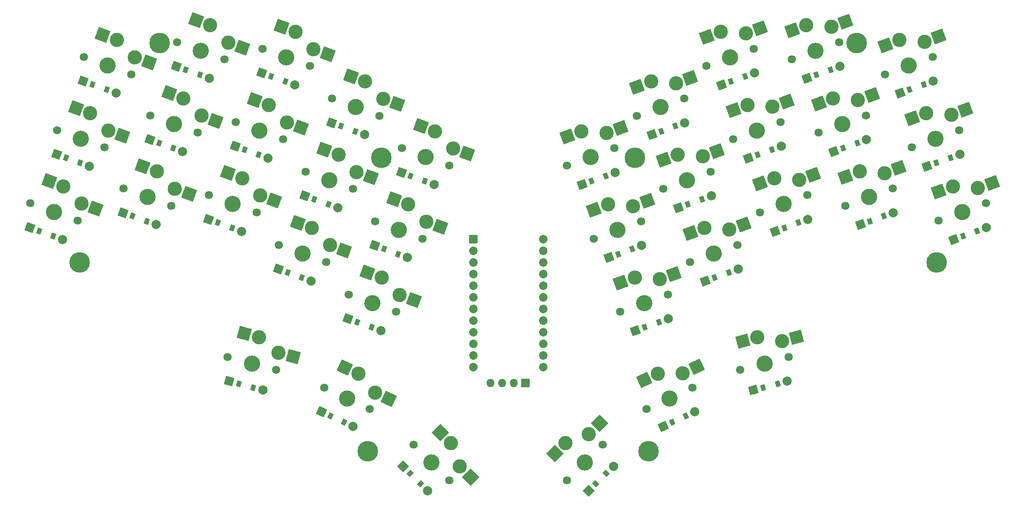
<source format=gbr>
%TF.GenerationSoftware,KiCad,Pcbnew,8.0.1*%
%TF.CreationDate,2024-04-14T13:59:04+09:00*%
%TF.ProjectId,lazyboy36,6c617a79-626f-4793-9336-2e6b69636164,v1.0.0*%
%TF.SameCoordinates,Original*%
%TF.FileFunction,Soldermask,Bot*%
%TF.FilePolarity,Negative*%
%FSLAX46Y46*%
G04 Gerber Fmt 4.6, Leading zero omitted, Abs format (unit mm)*
G04 Created by KiCad (PCBNEW 8.0.1) date 2024-04-14 13:59:04*
%MOMM*%
%LPD*%
G01*
G04 APERTURE LIST*
G04 Aperture macros list*
%AMRoundRect*
0 Rectangle with rounded corners*
0 $1 Rounding radius*
0 $2 $3 $4 $5 $6 $7 $8 $9 X,Y pos of 4 corners*
0 Add a 4 corners polygon primitive as box body*
4,1,4,$2,$3,$4,$5,$6,$7,$8,$9,$2,$3,0*
0 Add four circle primitives for the rounded corners*
1,1,$1+$1,$2,$3*
1,1,$1+$1,$4,$5*
1,1,$1+$1,$6,$7*
1,1,$1+$1,$8,$9*
0 Add four rect primitives between the rounded corners*
20,1,$1+$1,$2,$3,$4,$5,0*
20,1,$1+$1,$4,$5,$6,$7,0*
20,1,$1+$1,$6,$7,$8,$9,0*
20,1,$1+$1,$8,$9,$2,$3,0*%
G04 Aperture macros list end*
%ADD10C,1.801800*%
%ADD11C,3.529000*%
%ADD12C,3.100000*%
%ADD13RoundRect,0.050000X-1.666227X-0.776974X0.776974X-1.666227X1.666227X0.776974X-0.776974X1.666227X0*%
%ADD14RoundRect,0.050000X-0.776974X-1.666227X1.666227X-0.776974X0.776974X1.666227X-1.666227X0.776974X0*%
%ADD15RoundRect,0.050000X-1.139443X-0.531331X0.531331X-1.139443X1.139443X0.531331X-0.531331X1.139443X0*%
%ADD16RoundRect,0.050000X-0.628074X-0.409907X0.217650X-0.717725X0.628074X0.409907X-0.217650X0.717725X0*%
%ADD17C,2.005000*%
%ADD18RoundRect,0.050000X-0.628796X-1.727604X1.727604X-0.628796X0.628796X1.727604X-1.727604X0.628796X0*%
%ADD19C,0.800000*%
%ADD20C,4.500000*%
%ADD21RoundRect,0.050000X-0.531331X-1.139443X1.139443X-0.531331X0.531331X1.139443X-1.139443X0.531331X0*%
%ADD22RoundRect,0.050000X-0.217650X-0.717725X0.628074X-0.409907X0.217650X0.717725X-0.628074X0.409907X0*%
%ADD23RoundRect,0.050000X-0.430000X-1.181415X1.181415X-0.430000X0.430000X1.181415X-1.181415X0.430000X0*%
%ADD24RoundRect,0.050000X-0.154268X-0.733963X0.661409X-0.353606X0.154268X0.733963X-0.661409X0.353606X0*%
%ADD25RoundRect,0.050000X0.000000X-1.257236X1.257236X0.000000X0.000000X1.257236X-1.257236X0.000000X0*%
%ADD26RoundRect,0.050000X0.106066X-0.742462X0.742462X-0.106066X-0.106066X0.742462X-0.742462X0.106066X0*%
%ADD27RoundRect,0.050000X-1.592168X-0.919239X0.919239X-1.592168X1.592168X0.919239X-0.919239X1.592168X0*%
%ADD28RoundRect,0.050000X-0.919239X-1.592168X1.592168X-0.919239X0.919239X1.592168X-1.592168X0.919239X0*%
%ADD29RoundRect,0.050000X-0.876300X0.876300X-0.876300X-0.876300X0.876300X-0.876300X0.876300X0.876300X0*%
%ADD30C,1.852600*%
%ADD31RoundRect,0.050000X-1.257236X0.000000X0.000000X-1.257236X1.257236X0.000000X0.000000X1.257236X0*%
%ADD32RoundRect,0.050000X-0.742462X-0.106066X-0.106066X-0.742462X0.742462X0.106066X0.106066X0.742462X0*%
%ADD33RoundRect,0.050000X-1.838478X0.000000X0.000000X-1.838478X1.838478X0.000000X0.000000X1.838478X0*%
%ADD34RoundRect,0.050000X-1.181415X-0.430000X0.430000X-1.181415X1.181415X0.430000X-0.430000X1.181415X0*%
%ADD35RoundRect,0.050000X-0.661409X-0.353606X0.154268X-0.733963X0.661409X0.353606X-0.154268X0.733963X0*%
%ADD36RoundRect,0.050000X0.000000X-1.838478X1.838478X0.000000X0.000000X1.838478X-1.838478X0.000000X0*%
%ADD37RoundRect,0.050000X-1.088798X-0.628618X0.628618X-1.088798X1.088798X0.628618X-0.628618X1.088798X0*%
%ADD38RoundRect,0.050000X-0.589958X-0.463087X0.279375X-0.696024X0.589958X0.463087X-0.279375X0.696024X0*%
%ADD39RoundRect,0.050000X-0.850000X-0.850000X0.850000X-0.850000X0.850000X0.850000X-0.850000X0.850000X0*%
%ADD40O,1.800000X1.800000*%
%ADD41RoundRect,0.050000X-1.727604X-0.628796X0.628796X-1.727604X1.727604X0.628796X-0.628796X1.727604X0*%
%ADD42RoundRect,0.050000X-0.628618X-1.088798X1.088798X-0.628618X0.628618X1.088798X-1.088798X0.628618X0*%
%ADD43RoundRect,0.050000X-0.279375X-0.696024X0.589958X-0.463087X0.279375X0.696024X-0.589958X0.463087X0*%
G04 APERTURE END LIST*
D10*
%TO.C,S8*%
X96354346Y-110194788D03*
D11*
X101522655Y-112075899D03*
D12*
X103557678Y-106484729D03*
X107503697Y-110262154D03*
D10*
X106690964Y-113957010D03*
D13*
X100480182Y-105364616D03*
X110581187Y-111382269D03*
%TD*%
D10*
%TO.C,S30*%
X183781786Y-108837045D03*
D12*
X186915075Y-101364766D03*
D11*
X188950098Y-106955936D03*
D12*
X192365989Y-101721987D03*
D10*
X194118410Y-105074827D03*
D14*
X183837587Y-102484882D03*
X195443478Y-100601872D03*
%TD*%
D10*
%TO.C,S15*%
X132577420Y-115929657D03*
D11*
X137745729Y-117810768D03*
D12*
X139780752Y-112219598D03*
X143726771Y-115997023D03*
D10*
X142914038Y-119691879D03*
D13*
X136703256Y-111099485D03*
X146804261Y-117117138D03*
%TD*%
D10*
%TO.C,S21*%
X237945384Y-99764893D03*
D12*
X241078673Y-92292614D03*
D11*
X243113696Y-97883784D03*
D12*
X246529587Y-92649835D03*
D10*
X248282008Y-96002675D03*
D14*
X238001185Y-93412730D03*
X249607076Y-91529720D03*
%TD*%
D15*
%TO.C,D2*%
X57273094Y-117253912D03*
D16*
X59302831Y-117992675D03*
X62403817Y-119121339D03*
D17*
X64433554Y-119860102D03*
%TD*%
D10*
%TO.C,S35*%
X185904606Y-172884070D03*
D12*
X188374714Y-165167139D03*
D11*
X190889297Y-170559668D03*
D12*
X193836020Y-165047921D03*
D10*
X195873988Y-168235266D03*
D18*
X185406563Y-166551212D03*
X196804175Y-163663848D03*
%TD*%
D19*
%TO.C,_5*%
X230198802Y-93538899D03*
X230253885Y-92277248D03*
X231051974Y-94469975D03*
X232313625Y-94525058D03*
D20*
X231749293Y-92974567D03*
D19*
X231184961Y-91424076D03*
X232446612Y-91479159D03*
X233244701Y-93671886D03*
X233299784Y-92410235D03*
%TD*%
D21*
%TO.C,D19*%
X252872252Y-135834884D03*
D22*
X254901989Y-135096119D03*
X258002971Y-133967455D03*
D17*
X260032708Y-133228690D03*
%TD*%
D10*
%TO.C,S14*%
X126763082Y-131904420D03*
D11*
X131931391Y-133785531D03*
D12*
X133966414Y-128194361D03*
X137912433Y-131971786D03*
D10*
X137099700Y-135666642D03*
D13*
X130888918Y-127074248D03*
X140989923Y-133091901D03*
%TD*%
D23*
%TO.C,D35*%
X189549358Y-176701383D03*
D24*
X191506985Y-175788528D03*
X194497797Y-174393888D03*
D17*
X196455424Y-173481033D03*
%TD*%
D15*
%TO.C,D3*%
X63087431Y-101279148D03*
D16*
X65117168Y-102017911D03*
X68218154Y-103146575D03*
D17*
X70247891Y-103885338D03*
%TD*%
D10*
%TO.C,S5*%
X77729785Y-108736883D03*
D11*
X82898094Y-110617994D03*
D12*
X84933117Y-105026824D03*
X88879136Y-108804249D03*
D10*
X88066403Y-112499105D03*
D13*
X81855621Y-103906711D03*
X91956626Y-109924364D03*
%TD*%
D25*
%TO.C,D36*%
X173295897Y-190760373D03*
D26*
X174823250Y-189233024D03*
X177156700Y-186899570D03*
D17*
X178684053Y-185372221D03*
%TD*%
D10*
%TO.C,S23*%
X223425072Y-112499105D03*
D12*
X226558361Y-105026826D03*
D11*
X228593384Y-110617996D03*
D12*
X232009275Y-105384047D03*
D10*
X233761696Y-108736887D03*
D14*
X223480873Y-106146942D03*
X235086764Y-104263932D03*
%TD*%
D21*
%TO.C,D20*%
X247057918Y-119860114D03*
D22*
X249087655Y-119121349D03*
X252188637Y-117992685D03*
D17*
X254218374Y-117253920D03*
%TD*%
D21*
%TO.C,D32*%
X177689941Y-139787113D03*
D22*
X179719678Y-139048348D03*
X182820660Y-137919684D03*
D17*
X184850397Y-137180919D03*
%TD*%
D10*
%TO.C,S24*%
X217610720Y-96524322D03*
D12*
X220744009Y-89052043D03*
D11*
X222779032Y-94643213D03*
D12*
X226194923Y-89409264D03*
D10*
X227947344Y-92762104D03*
D14*
X217666521Y-90172159D03*
X229272412Y-88289149D03*
%TD*%
D10*
%TO.C,S16*%
X94556844Y-161510289D03*
D11*
X99869436Y-162933794D03*
D12*
X101409413Y-157186536D03*
X105669640Y-160605669D03*
D10*
X105182028Y-164357299D03*
D27*
X98246003Y-156338907D03*
X108833045Y-161453300D03*
%TD*%
D21*
%TO.C,D31*%
X183504297Y-155761875D03*
D22*
X185534034Y-155023110D03*
X188635016Y-153894446D03*
D17*
X190664753Y-153155681D03*
%TD*%
D10*
%TO.C,S34*%
X206309435Y-164357305D03*
D11*
X211622028Y-162933801D03*
D12*
X210082057Y-157186541D03*
X215481088Y-158017483D03*
D10*
X216934621Y-161510297D03*
D28*
X206918650Y-158034176D03*
X218644493Y-157169852D03*
%TD*%
D10*
%TO.C,S26*%
X204800490Y-113956998D03*
D12*
X207933779Y-106484719D03*
D11*
X209968802Y-112075889D03*
D12*
X213384693Y-106841940D03*
D10*
X215137114Y-110194780D03*
D14*
X204856291Y-107604835D03*
X216462182Y-105721825D03*
%TD*%
D10*
%TO.C,S27*%
X198986156Y-97982226D03*
D12*
X202119445Y-90509947D03*
D11*
X204154468Y-96101117D03*
D12*
X207570359Y-90867168D03*
D10*
X209322780Y-94220008D03*
D14*
X199041957Y-91630063D03*
X210647848Y-89747053D03*
%TD*%
D21*
%TO.C,D22*%
X232537589Y-132594322D03*
D22*
X234567326Y-131855557D03*
X237668308Y-130726893D03*
D17*
X239698045Y-129988128D03*
%TD*%
D15*
%TO.C,D4*%
X71793415Y-129988127D03*
D16*
X73823152Y-130726890D03*
X76924138Y-131855554D03*
D17*
X78953875Y-132594317D03*
%TD*%
D21*
%TO.C,D28*%
X198708656Y-144907061D03*
D22*
X200738393Y-144168296D03*
X203839375Y-143039632D03*
D17*
X205869112Y-142300867D03*
%TD*%
D29*
%TO.C,MCU1*%
X148125722Y-135790344D03*
D30*
X148125725Y-138330340D03*
X148125723Y-140870338D03*
X148125725Y-143410340D03*
X148125723Y-145950339D03*
X148125723Y-148490340D03*
X148125724Y-151030340D03*
X148125723Y-153570339D03*
X148125727Y-156110339D03*
X148125723Y-158650342D03*
X148125720Y-161190342D03*
X148125724Y-163730340D03*
X163365722Y-135790340D03*
X163365726Y-138330338D03*
X163365723Y-140870338D03*
X163365719Y-143410341D03*
X163365723Y-145950341D03*
X163365722Y-148490340D03*
X163365723Y-151030340D03*
X163365723Y-153570341D03*
X163365721Y-156110340D03*
X163365723Y-158650342D03*
X163365721Y-161190340D03*
X163365724Y-163730336D03*
%TD*%
D19*
%TO.C,_2*%
X60748638Y-140334568D03*
X61601811Y-139403495D03*
X60803726Y-141596220D03*
X62863463Y-139348407D03*
D20*
X62299131Y-140898900D03*
D19*
X61734799Y-142449393D03*
X63794536Y-140201580D03*
X62996451Y-142394305D03*
X63849624Y-141463232D03*
%TD*%
D15*
%TO.C,D9*%
X102046673Y-99496485D03*
D16*
X104076410Y-100235248D03*
X107177396Y-101363912D03*
D17*
X109207133Y-102102675D03*
%TD*%
D31*
%TO.C,D18*%
X132807418Y-185372216D03*
D32*
X134334767Y-186899569D03*
X136668221Y-189233019D03*
D17*
X138195570Y-190760372D03*
%TD*%
D15*
%TO.C,D8*%
X96232321Y-115471256D03*
D16*
X98262058Y-116210019D03*
X101363044Y-117338683D03*
D17*
X103392781Y-118077446D03*
%TD*%
D21*
%TO.C,D27*%
X202284345Y-102102682D03*
D22*
X204314082Y-101363917D03*
X207415064Y-100235253D03*
D17*
X209444801Y-99496488D03*
%TD*%
D10*
%TO.C,S18*%
X135147939Y-180641678D03*
D12*
X143244309Y-180323475D03*
D11*
X139037025Y-184530765D03*
D12*
X145224211Y-185414652D03*
D10*
X142926111Y-188419852D03*
D33*
X140928536Y-178007709D03*
X147539984Y-187730423D03*
%TD*%
D21*
%TO.C,D29*%
X192894312Y-128932288D03*
D22*
X194924049Y-128193523D03*
X198025031Y-127064859D03*
D17*
X200054768Y-126326094D03*
%TD*%
D10*
%TO.C,S33*%
X168577419Y-119691872D03*
D12*
X171710708Y-112219593D03*
D11*
X173745731Y-117810763D03*
D12*
X177161622Y-112576814D03*
D10*
X178914043Y-115929654D03*
D14*
X168633220Y-113339709D03*
X180239111Y-111456699D03*
%TD*%
D21*
%TO.C,D24*%
X220908898Y-100644791D03*
D22*
X222938635Y-99906026D03*
X226039617Y-98777362D03*
D17*
X228069354Y-98038597D03*
%TD*%
D15*
%TO.C,D14*%
X126641059Y-137180913D03*
D16*
X128670796Y-137919676D03*
X131771782Y-139048340D03*
D17*
X133801519Y-139787103D03*
%TD*%
D34*
%TO.C,D17*%
X115036043Y-173481036D03*
D35*
X116993667Y-174393893D03*
X119984483Y-175788531D03*
D17*
X121942107Y-176701388D03*
%TD*%
D10*
%TO.C,S2*%
X57395107Y-111977438D03*
D11*
X62563416Y-113858549D03*
D12*
X64598439Y-108267379D03*
X68544458Y-112044804D03*
D10*
X67731725Y-115739660D03*
D13*
X61520943Y-107147266D03*
X71621948Y-113164919D03*
%TD*%
D10*
%TO.C,S29*%
X189596125Y-124811835D03*
D12*
X192729414Y-117339556D03*
D11*
X194764437Y-122930726D03*
D12*
X198180328Y-117696777D03*
D10*
X199932749Y-121049617D03*
D14*
X189651926Y-118459672D03*
X201257817Y-116576662D03*
%TD*%
D10*
%TO.C,S36*%
X168565354Y-188419851D03*
D12*
X168247151Y-180323481D03*
D11*
X172454441Y-184530765D03*
D12*
X173338328Y-178343579D03*
D10*
X176343528Y-180641679D03*
D36*
X165931385Y-182639254D03*
X175654099Y-176027806D03*
%TD*%
D15*
%TO.C,D13*%
X120826717Y-153155688D03*
D16*
X122856454Y-153894451D03*
X125957440Y-155023115D03*
D17*
X127987177Y-155761878D03*
%TD*%
D10*
%TO.C,S31*%
X180206095Y-151641438D03*
D12*
X183339384Y-144169159D03*
D11*
X185374407Y-149760329D03*
D12*
X188790298Y-144526380D03*
D10*
X190542719Y-147879220D03*
D14*
X180261896Y-145289275D03*
X191867787Y-143406265D03*
%TD*%
D10*
%TO.C,S19*%
X249574076Y-131714451D03*
D12*
X252707365Y-124242172D03*
D11*
X254742388Y-129833342D03*
D12*
X258158279Y-124599393D03*
D10*
X259910700Y-127952233D03*
D14*
X249629877Y-125362288D03*
X261235768Y-123479278D03*
%TD*%
D10*
%TO.C,S1*%
X51580765Y-127952229D03*
D11*
X56749074Y-129833340D03*
D12*
X58784097Y-124242170D03*
X62730116Y-128019595D03*
D10*
X61917383Y-131714451D03*
D13*
X55706601Y-123122057D03*
X65807606Y-129139710D03*
%TD*%
D37*
%TO.C,D16*%
X94895174Y-166777329D03*
D38*
X96981573Y-167336378D03*
X100169129Y-168190478D03*
D17*
X102255528Y-168749527D03*
%TD*%
D15*
%TO.C,D11*%
X111436688Y-126326077D03*
D16*
X113466425Y-127064840D03*
X116567411Y-128193504D03*
D17*
X118597148Y-128932267D03*
%TD*%
D10*
%TO.C,S25*%
X210614840Y-129931770D03*
D12*
X213748129Y-122459491D03*
D11*
X215783152Y-128050661D03*
D12*
X219199043Y-122816712D03*
D10*
X220951464Y-126169552D03*
D14*
X210670641Y-123579607D03*
X222276532Y-121696597D03*
%TD*%
D15*
%TO.C,D1*%
X51458747Y-133228697D03*
D16*
X53488484Y-133967460D03*
X56589470Y-135096124D03*
D17*
X58619207Y-135834887D03*
%TD*%
D21*
%TO.C,D23*%
X226723247Y-116619544D03*
D22*
X228752984Y-115880779D03*
X231853966Y-114752115D03*
D17*
X233883703Y-114013350D03*
%TD*%
D21*
%TO.C,D30*%
X187079969Y-112957495D03*
D22*
X189109706Y-112218730D03*
X192210688Y-111090066D03*
D17*
X194240425Y-110351301D03*
%TD*%
D21*
%TO.C,D21*%
X241243573Y-103885329D03*
D22*
X243273310Y-103146564D03*
X246374292Y-102017900D03*
D17*
X248404029Y-101279135D03*
%TD*%
D39*
%TO.C,OLED1*%
X159545735Y-167160318D03*
D40*
X157005737Y-167160316D03*
X154465736Y-167160319D03*
X151925734Y-167160315D03*
%TD*%
D10*
%TO.C,S6*%
X83544124Y-92762107D03*
D11*
X88712433Y-94643218D03*
D12*
X90747456Y-89052048D03*
X94693475Y-92829473D03*
D10*
X93880742Y-96524329D03*
D13*
X87669960Y-87931935D03*
X97770965Y-93949588D03*
%TD*%
D19*
%TO.C,_1*%
X78191675Y-92410243D03*
X79044848Y-91479170D03*
X78246763Y-93671895D03*
X80306500Y-91424082D03*
D20*
X79742168Y-92974575D03*
D19*
X79177836Y-94525068D03*
X81237573Y-92277255D03*
X80439488Y-94469980D03*
X81292661Y-93538907D03*
%TD*%
D15*
%TO.C,D12*%
X117251023Y-110351311D03*
D16*
X119280760Y-111090074D03*
X122381746Y-112218738D03*
D17*
X124411483Y-112957501D03*
%TD*%
D15*
%TO.C,D7*%
X90417980Y-131446024D03*
D16*
X92447717Y-132184787D03*
X95548703Y-133313451D03*
D17*
X97578440Y-134052214D03*
%TD*%
D10*
%TO.C,S17*%
X115617477Y-168235264D03*
D11*
X120602168Y-170559665D03*
D12*
X123116750Y-165167135D03*
X126718529Y-169274104D03*
D10*
X125586859Y-172884066D03*
D41*
X120148588Y-163783060D03*
X129686683Y-170658178D03*
%TD*%
D21*
%TO.C,D33*%
X171875605Y-123812318D03*
D22*
X173905342Y-123073553D03*
X177006324Y-121944889D03*
D17*
X179036061Y-121206124D03*
%TD*%
D19*
%TO.C,_4*%
X123671277Y-181369525D03*
X123616195Y-182631175D03*
X124602354Y-180516354D03*
X125864004Y-180571436D03*
D20*
X125166685Y-182066844D03*
D19*
X124469366Y-183562252D03*
X125731016Y-183617334D03*
X126717175Y-181502513D03*
X126662093Y-182764163D03*
%TD*%
D10*
%TO.C,S32*%
X174391759Y-135666664D03*
D12*
X177525048Y-128194385D03*
D11*
X179560071Y-133785555D03*
D12*
X182975962Y-128551606D03*
D10*
X184728383Y-131904446D03*
D14*
X174447560Y-129314501D03*
X186053451Y-127431491D03*
%TD*%
D10*
%TO.C,S20*%
X243759731Y-115739658D03*
D12*
X246893020Y-108267379D03*
D11*
X248928043Y-113858549D03*
D12*
X252343934Y-108624600D03*
D10*
X254096355Y-111977440D03*
D14*
X243815532Y-109387495D03*
X255421423Y-107504485D03*
%TD*%
D19*
%TO.C,_3*%
X126540926Y-117457172D03*
X127394099Y-116526099D03*
X126596014Y-118718824D03*
X128655751Y-116471011D03*
D20*
X128091419Y-118021504D03*
D19*
X127527087Y-119571997D03*
X129586824Y-117324184D03*
X128788739Y-119516909D03*
X129641912Y-118585836D03*
%TD*%
D10*
%TO.C,S13*%
X120948740Y-147879207D03*
D11*
X126117049Y-149760318D03*
D12*
X128152072Y-144169148D03*
X132098091Y-147946573D03*
D10*
X131285358Y-151641429D03*
D13*
X125074576Y-143049035D03*
X135175581Y-149066688D03*
%TD*%
D19*
%TO.C,_6*%
X247641830Y-141463225D03*
X247696913Y-140201574D03*
X248495002Y-142394301D03*
X249756653Y-142449384D03*
D20*
X249192321Y-140898893D03*
D19*
X248627989Y-139348402D03*
X249889640Y-139403485D03*
X250687729Y-141596212D03*
X250742812Y-140334561D03*
%TD*%
D10*
%TO.C,S3*%
X63209462Y-96002674D03*
D11*
X68377771Y-97883785D03*
D12*
X70412794Y-92292615D03*
X74358813Y-96070040D03*
D10*
X73546080Y-99764896D03*
D13*
X67335298Y-91172502D03*
X77436303Y-97190155D03*
%TD*%
D21*
%TO.C,D25*%
X213913024Y-134052224D03*
D22*
X215942761Y-133313459D03*
X219043743Y-132184795D03*
D17*
X221073480Y-131446030D03*
%TD*%
D15*
%TO.C,D10*%
X105622342Y-142300863D03*
D16*
X107652079Y-143039626D03*
X110753065Y-144168290D03*
D17*
X112782802Y-144907053D03*
%TD*%
D10*
%TO.C,S9*%
X102168689Y-94219997D03*
D11*
X107336998Y-96101108D03*
D12*
X109372021Y-90509938D03*
X113318040Y-94287363D03*
D10*
X112505307Y-97982219D03*
D13*
X106294525Y-89389825D03*
X116395530Y-95407478D03*
%TD*%
D10*
%TO.C,S10*%
X105744373Y-137024377D03*
D11*
X110912682Y-138905488D03*
D12*
X112947705Y-133314318D03*
X116893724Y-137091743D03*
D10*
X116080991Y-140786599D03*
D13*
X109870209Y-132194205D03*
X119971214Y-138211858D03*
%TD*%
D15*
%TO.C,D5*%
X77607751Y-114013359D03*
D16*
X79637488Y-114752122D03*
X82738474Y-115880786D03*
D17*
X84768211Y-116619549D03*
%TD*%
D10*
%TO.C,S11*%
X111558714Y-121049603D03*
D11*
X116727023Y-122930714D03*
D12*
X118762046Y-117339544D03*
X122708065Y-121116969D03*
D10*
X121895332Y-124811825D03*
D13*
X115684550Y-116219431D03*
X125785555Y-122237084D03*
%TD*%
D15*
%TO.C,D15*%
X132455398Y-121206137D03*
D16*
X134485135Y-121944900D03*
X137586121Y-123073564D03*
D17*
X139615858Y-123812327D03*
%TD*%
D19*
%TO.C,_8*%
X184829380Y-182764170D03*
X184774293Y-181502518D03*
X185760454Y-183617343D03*
X185627466Y-180571444D03*
D20*
X186324786Y-182066850D03*
D19*
X187022106Y-183562256D03*
X186889118Y-180516357D03*
X187875279Y-182631182D03*
X187820192Y-181369530D03*
%TD*%
D15*
%TO.C,D6*%
X83422103Y-98038594D03*
D16*
X85451840Y-98777357D03*
X88552826Y-99906021D03*
D17*
X90582563Y-100644784D03*
%TD*%
D10*
%TO.C,S22*%
X229239408Y-128473880D03*
D12*
X232372697Y-121001601D03*
D11*
X234407720Y-126592771D03*
D12*
X237823611Y-121358822D03*
D10*
X239576032Y-124711662D03*
D14*
X229295209Y-122121717D03*
X240901100Y-120238707D03*
%TD*%
D10*
%TO.C,S4*%
X71915437Y-124711661D03*
D11*
X77083746Y-126592772D03*
D12*
X79118769Y-121001602D03*
X83064788Y-124779027D03*
D10*
X82252055Y-128473883D03*
D13*
X76041273Y-119881489D03*
X86142278Y-125899142D03*
%TD*%
D10*
%TO.C,S28*%
X195410470Y-140786608D03*
D12*
X198543759Y-133314329D03*
D11*
X200578782Y-138905499D03*
D12*
X203994673Y-133671550D03*
D10*
X205747094Y-137024390D03*
D14*
X195466271Y-134434445D03*
X207072162Y-132551435D03*
%TD*%
D21*
%TO.C,D26*%
X208098674Y-118077446D03*
D22*
X210128411Y-117338681D03*
X213229393Y-116210017D03*
D17*
X215259130Y-115471252D03*
%TD*%
D10*
%TO.C,S7*%
X90540009Y-126169548D03*
D11*
X95708318Y-128050659D03*
D12*
X97743341Y-122459489D03*
X101689360Y-126236914D03*
D10*
X100876627Y-129931770D03*
D13*
X94665845Y-121339376D03*
X104766850Y-127357029D03*
%TD*%
D19*
%TO.C,_7*%
X181849545Y-118585843D03*
X181904628Y-117324192D03*
X182702717Y-119516919D03*
X183964368Y-119572002D03*
D20*
X183400036Y-118021511D03*
D19*
X182835704Y-116471020D03*
X184097355Y-116526103D03*
X184895444Y-118718830D03*
X184950527Y-117457179D03*
%TD*%
D42*
%TO.C,D34*%
X209235946Y-168749516D03*
D43*
X211322347Y-168190465D03*
X214509899Y-167336363D03*
D17*
X216596300Y-166777312D03*
%TD*%
D10*
%TO.C,S12*%
X117373063Y-105074825D03*
D11*
X122541372Y-106955936D03*
D12*
X124576395Y-101364766D03*
X128522414Y-105142191D03*
D10*
X127709681Y-108837047D03*
D13*
X121498899Y-100244653D03*
X131599904Y-106262306D03*
%TD*%
M02*

</source>
